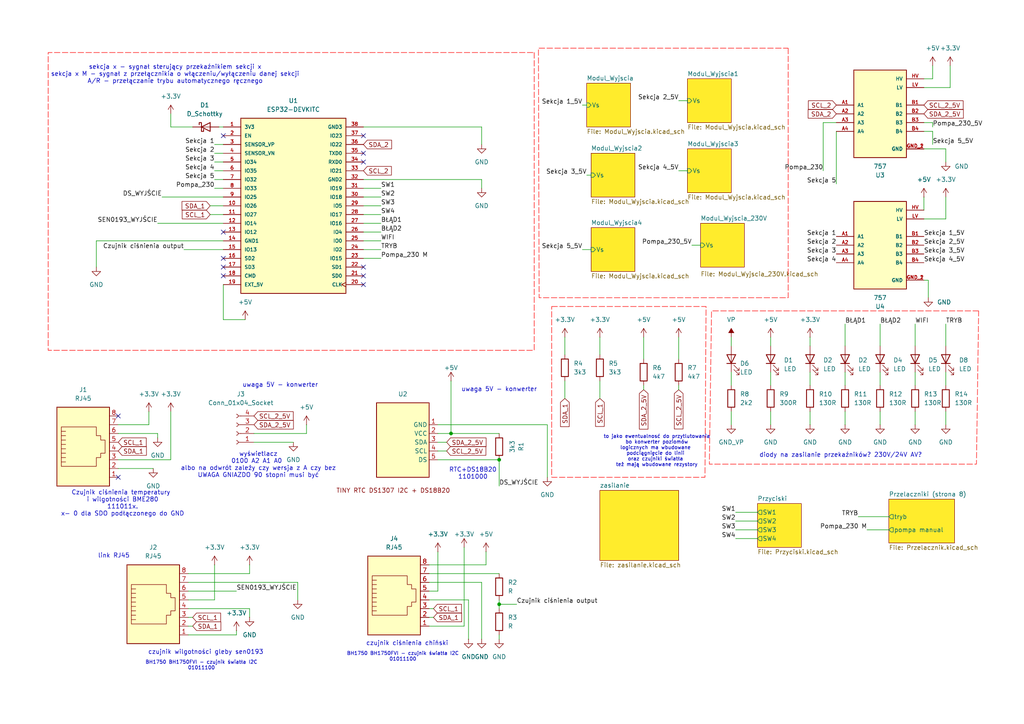
<source format=kicad_sch>
(kicad_sch (version 20250114) (generator "eeschema") (generator_version "9.0")
  (paper "A4")
  (title_block (title "Sterownik podlewania V1.1") (date "2025-10-09") (comment 1 "Praca inżynierska ") (comment 2 "Filip Gajewski"))
  (lib_symbols
    (symbol "Connector:Conn_01x04_Socket" (pin_names (offset 1.016) (hide yes))
      (property "Reference" "J" (at 0 5.08 0))
      (property "Value" "Conn_01x04_Socket" (at 0 -7.62 0))
      (symbol "Conn_01x04_Socket_1_1"
        (polyline (pts (xy -1.27 2.54) (xy -0.508 2.54)) (stroke (width 0.1524)))
        (polyline (pts (xy -1.27 0) (xy -0.508 0)) (stroke (width 0.1524)))
        (polyline (pts (xy -1.27 -2.54) (xy -0.508 -2.54)) (stroke (width 0.1524)))
        (polyline (pts (xy -1.27 -5.08) (xy -0.508 -5.08)) (stroke (width 0.1524)))
        (arc (start 0 2.032) (mid -0.5058 2.54) (end 0 3.048) (stroke (width 0.1524)))
        (arc (start 0 -0.508) (mid -0.5058 0) (end 0 0.508) (stroke (width 0.1524)))
        (arc (start 0 -3.048) (mid -0.5058 -2.54) (end 0 -2.032) (stroke (width 0.1524)))
        (arc (start 0 -5.588) (mid -0.5058 -5.08) (end 0 -4.572) (stroke (width 0.1524)))
        (pin passive line (at -5.08 2.54 0) (length 3.81) (name "Pin_1") (number "1"))
        (pin passive line (at -5.08 0 0) (length 3.81) (name "Pin_2") (number "2"))
        (pin passive line (at -5.08 -2.54 0) (length 3.81) (name "Pin_3") (number "3"))
        (pin passive line (at -5.08 -5.08 0) (length 3.81) (name "Pin_4") (number "4"))
      )
    )
    (symbol "Connector:RJ45" (pin_names (offset 1.016))
      (property "Reference" "J" (at -5.08 13.97 0))
      (property "Value" "RJ45" (at 2.54 13.97 0))
      (symbol "RJ45_0_1"
        (polyline (pts (xy -6.35 1.905) (xy -5.08 1.905) (xy -5.08 1.905)))
        (polyline (pts (xy -6.35 0.635) (xy -5.08 0.635) (xy -5.08 0.635)))
        (polyline (pts (xy -6.35 -0.635) (xy -5.08 -0.635) (xy -5.08 -0.635)))
        (polyline (pts (xy -6.35 -1.905) (xy -5.08 -1.905) (xy -5.08 -1.905)))
        (polyline (pts (xy -6.35 -3.175) (xy -5.08 -3.175) (xy -5.08 -3.175)))
        (polyline (pts (xy -6.35 -4.445) (xy -6.35 6.985) (xy 3.81 6.985) (xy 3.81 4.445) (xy 5.08 4.445) (xy 5.08 3.175) (xy 6.35 3.175) (xy 6.35 -0.635) (xy 5.08 -0.635) (xy 5.08 -1.905) (xy 3.81 -1.905) (xy 3.81 -4.445) (xy -6.35 -4.445) (xy -6.35 -4.445)))
        (polyline (pts (xy -5.08 5.715) (xy -6.35 5.715)))
        (polyline (pts (xy -5.08 4.445) (xy -6.35 4.445)))
        (polyline (pts (xy -5.08 3.175) (xy -6.35 3.175) (xy -6.35 3.175)))
        (rectangle (start 7.62 12.7) (end -7.62 -10.16) (stroke (width 0.254)) (fill (type background)))
      )
      (symbol "RJ45_1_1"
        (pin passive line (at 10.16 10.16 180) (length 2.54) (name "~") (number "8"))
        (pin passive line (at 10.16 7.62 180) (length 2.54) (name "~") (number "7"))
        (pin passive line (at 10.16 5.08 180) (length 2.54) (name "~") (number "6"))
        (pin passive line (at 10.16 2.54 180) (length 2.54) (name "~") (number "5"))
        (pin passive line (at 10.16 0 180) (length 2.54) (name "~") (number "4"))
        (pin passive line (at 10.16 -2.54 180) (length 2.54) (name "~") (number "3"))
        (pin passive line (at 10.16 -5.08 180) (length 2.54) (name "~") (number "2"))
        (pin passive line (at 10.16 -7.62 180) (length 2.54) (name "~") (number "1"))
      )
    )
    (symbol "Device:D_Schottky" (pin_numbers (hide yes)) (pin_names (offset 1.016) (hide yes))
      (property "Reference" "D" (at 0 2.54 0))
      (property "Value" "D_Schottky" (at 0 -2.54 0))
      (symbol "D_Schottky_0_1"
        (polyline (pts (xy -1.905 0.635) (xy -1.905 1.27) (xy -1.27 1.27) (xy -1.27 -1.27) (xy -0.635 -1.27) (xy -0.635 -0.635)) (stroke (width 0.254)))
        (polyline (pts (xy 1.27 1.27) (xy 1.27 -1.27) (xy -1.27 0) (xy 1.27 1.27)) (stroke (width 0.254)))
        (polyline (pts (xy 1.27 0) (xy -1.27 0)))
      )
      (symbol "D_Schottky_1_1"
        (pin passive line (at -3.81 0 0) (length 2.54) (name "K") (number "1"))
        (pin passive line (at 3.81 0 180) (length 2.54) (name "A") (number "2"))
      )
    )
    (symbol "Device:LED" (pin_numbers (hide yes)) (pin_names (offset 1.016) (hide yes))
      (property "Reference" "D" (at 0 2.54 0))
      (property "Value" "LED" (at 0 -2.54 0))
      (symbol "LED_0_1"
        (polyline (pts (xy -3.048 -0.762) (xy -4.572 -2.286) (xy -3.81 -2.286) (xy -4.572 -2.286) (xy -4.572 -1.524)))
        (polyline (pts (xy -1.778 -0.762) (xy -3.302 -2.286) (xy -2.54 -2.286) (xy -3.302 -2.286) (xy -3.302 -1.524)))
        (polyline (pts (xy -1.27 0) (xy 1.27 0)))
        (polyline (pts (xy -1.27 -1.27) (xy -1.27 1.27)) (stroke (width 0.254)))
        (polyline (pts (xy 1.27 -1.27) (xy 1.27 1.27) (xy -1.27 0) (xy 1.27 -1.27)) (stroke (width 0.254)))
      )
      (symbol "LED_1_1"
        (pin passive line (at -3.81 0 0) (length 2.54) (name "K") (number "1"))
        (pin passive line (at 3.81 0 180) (length 2.54) (name "A") (number "2"))
      )
    )
    (symbol "Device:R" (pin_numbers (hide yes)) (pin_names (offset 0))
      (property "Reference" "R" (at 2.032 0 90))
      (property "Value" "R" (at 0 0 90))
      (symbol "R_0_1"
        (rectangle (start -1.016 -2.54) (end 1.016 2.54) (stroke (width 0.254)))
      )
      (symbol "R_1_1"
        (pin passive line (at 0 3.81 270) (length 1.27) (name "~") (number "1"))
        (pin passive line (at 0 -3.81 90) (length 1.27) (name "~") (number "2"))
      )
    )
    (symbol "RTC:TINY_RTC_DS1307"
      (property "Reference" "U6" (at 0 -13.97 0))
      (symbol "TINY_RTC_DS1307_0_0"
        (rectangle (start -7.62 10.16) (end 7.62 -11.43) (stroke (width 0.254)) (fill (type background)))
      )
      (symbol "TINY_RTC_DS1307_1_1"
        (text "TINY RTC DS1307 I2C + DS18B20" (at 2.794 13.97 0) (effects (font (size 1.27 1.27))))
        (pin output line (at -10.16 5.08 0) (length 2.54) (name "DS") (number "5"))
        (pin input line (at -10.16 2.54 0) (length 2.54) (name "SCL") (number "4"))
        (pin input line (at -10.16 0 0) (length 2.54) (name "SDA") (number "3"))
        (pin input line (at -10.16 -2.54 0) (length 2.54) (name "VCC") (number "2"))
        (pin input line (at -10.16 -5.08 0) (length 2.54) (name "GND") (number "1"))
      )
    )
    (symbol "Voltage_Level_Converter:757" (pin_names (offset 1.016))
      (property "Reference" "U" (at -7.62 13.462 0))
      (property "Value" "757" (at -7.62 -15.24 0))
      (symbol "757_0_0"
        (rectangle (start -7.62 -12.7) (end 7.62 12.7) (stroke (width 0.254)) (fill (type background)))
        (pin passive line (at -12.7 2.54 0) (length 5.08) (name "A1") (number "A1"))
        (pin passive line (at -12.7 0 0) (length 5.08) (name "A2") (number "A2"))
        (pin passive line (at -12.7 -2.54 0) (length 5.08) (name "A3") (number "A3"))
        (pin passive line (at -12.7 -5.08 0) (length 5.08) (name "A4") (number "A4"))
        (pin power_in line (at 12.7 10.16 180) (length 5.08) (name "HV") (number "HV"))
        (pin power_in line (at 12.7 7.62 180) (length 5.08) (name "LV") (number "LV"))
        (pin passive line (at 12.7 2.54 180) (length 5.08) (name "B1") (number "B1"))
        (pin passive line (at 12.7 0 180) (length 5.08) (name "B2") (number "B2"))
        (pin passive line (at 12.7 -2.54 180) (length 5.08) (name "B3") (number "B3"))
        (pin passive line (at 12.7 -5.08 180) (length 5.08) (name "B4") (number "B4"))
        (pin power_in line (at 12.7 -10.16 180) (length 5.08) (name "GND") (number "GND_1"))
        (pin power_in line (at 12.7 -10.16 180) (length 5.08) (name "GND") (number "GND_2"))
      )
    )
    (symbol "power:+3.3V" (power) (pin_numbers (hide yes)) (pin_names (offset 0) (hide yes))
      (property "Value" "+3.3V" (at 0 3.556 0))
      (symbol "+3.3V_0_1"
        (polyline (pts (xy -0.762 1.27) (xy 0 2.54)))
        (polyline (pts (xy 0 2.54) (xy 0.762 1.27)))
        (polyline (pts (xy 0 0) (xy 0 2.54)))
      )
      (symbol "+3.3V_1_1"
        (pin power_in line (at 0 0 90) (length 0) (name "~") (number "1"))
      )
    )
    (symbol "power:+5V" (power) (pin_numbers (hide yes)) (pin_names (offset 0) (hide yes))
      (property "Value" "+5V" (at 0 3.556 0))
      (symbol "+5V_0_1"
        (polyline (pts (xy -0.762 1.27) (xy 0 2.54)))
        (polyline (pts (xy 0 2.54) (xy 0.762 1.27)))
        (polyline (pts (xy 0 0) (xy 0 2.54)))
      )
      (symbol "+5V_1_1"
        (pin power_in line (at 0 0 90) (length 0) (name "~") (number "1"))
      )
    )
    (symbol "power:GND" (power) (pin_numbers (hide yes)) (pin_names (offset 0) (hide yes))
      (property "Value" "GND" (at 0 -3.81 0))
      (symbol "GND_0_1"
        (polyline (pts (xy 0 0) (xy 0 -1.27) (xy 1.27 -1.27) (xy 0 -2.54) (xy -1.27 -1.27) (xy 0 -1.27)))
      )
      (symbol "GND_1_1"
        (pin power_in line (at 0 0 270) (length 0) (name "~") (number "1"))
      )
    )
    (symbol "power:VSS" (power) (pin_numbers (hide yes)) (pin_names (offset 0) (hide yes))
      (property "Value" "VSS" (at 0 3.556 0))
      (symbol "VSS_0_1"
        (polyline (pts (xy 0 0) (xy 0 2.54)))
        (polyline (pts (xy 0.762 1.27) (xy -0.762 1.27) (xy 0 2.54) (xy 0.762 1.27)) (fill (type outline)))
      )
      (symbol "VSS_1_1"
        (pin power_in line (at 0 0 90) (length 0) (name "~") (number "1"))
      )
    )
    (symbol "symbols:ESP32-DEVKITC" (pin_names (offset 1.016))
      (property "Reference" "U" (at -15.2572 26.0643 0))
      (property "Value" "ESP32-DEVKITC" (at -15.2563 -27.9698 0))
      (symbol "ESP32-DEVKITC_0_0"
        (rectangle (start -15.24 -25.4) (end 15.24 25.4) (stroke (width 0.254)) (fill (type background)))
        (pin power_in line (at -20.32 22.86 0) (length 5.08) (name "3V3") (number "1"))
        (pin input line (at -20.32 20.32 0) (length 5.08) (name "EN") (number "2"))
        (pin input line (at -20.32 17.78 0) (length 5.08) (name "SENSOR_VP") (number "3"))
        (pin input line (at -20.32 15.24 0) (length 5.08) (name "SENSOR_VN") (number "4"))
        (pin bidirectional line (at -20.32 12.7 0) (length 5.08) (name "IO34") (number "5"))
        (pin bidirectional line (at -20.32 10.16 0) (length 5.08) (name "IO35") (number "6"))
        (pin bidirectional line (at -20.32 7.62 0) (length 5.08) (name "IO32") (number "7"))
        (pin bidirectional line (at -20.32 5.08 0) (length 5.08) (name "IO33") (number "8"))
        (pin bidirectional line (at -20.32 2.54 0) (length 5.08) (name "IO25") (number "9"))
        (pin bidirectional line (at -20.32 0 0) (length 5.08) (name "IO26") (number "10"))
        (pin bidirectional line (at -20.32 -2.54 0) (length 5.08) (name "IO27") (number "11"))
        (pin bidirectional line (at -20.32 -5.08 0) (length 5.08) (name "IO14") (number "12"))
        (pin bidirectional line (at -20.32 -7.62 0) (length 5.08) (name "IO12") (number "13"))
        (pin power_in line (at -20.32 -10.16 0) (length 5.08) (name "GND1") (number "14"))
        (pin bidirectional line (at -20.32 -12.7 0) (length 5.08) (name "IO13") (number "15"))
        (pin bidirectional line (at -20.32 -15.24 0) (length 5.08) (name "SD2") (number "16"))
        (pin bidirectional line (at -20.32 -17.78 0) (length 5.08) (name "SD3") (number "17"))
        (pin bidirectional line (at -20.32 -20.32 0) (length 5.08) (name "CMD") (number "18"))
        (pin power_in line (at -20.32 -22.86 0) (length 5.08) (name "EXT_5V") (number "19"))
        (pin power_in line (at 20.32 22.86 180) (length 5.08) (name "GND3") (number "38"))
        (pin bidirectional line (at 20.32 20.32 180) (length 5.08) (name "IO23") (number "37"))
        (pin bidirectional line (at 20.32 17.78 180) (length 5.08) (name "IO22") (number "36"))
        (pin output line (at 20.32 15.24 180) (length 5.08) (name "TXD0") (number "35"))
        (pin input line (at 20.32 12.7 180) (length 5.08) (name "RXD0") (number "34"))
        (pin bidirectional line (at 20.32 10.16 180) (length 5.08) (name "IO21") (number "33"))
        (pin power_in line (at 20.32 7.62 180) (length 5.08) (name "GND2") (number "32"))
        (pin bidirectional line (at 20.32 5.08 180) (length 5.08) (name "IO19") (number "31"))
        (pin bidirectional line (at 20.32 2.54 180) (length 5.08) (name "IO18") (number "30"))
        (pin bidirectional line (at 20.32 0 180) (length 5.08) (name "IO5") (number "29"))
        (pin bidirectional line (at 20.32 -2.54 180) (length 5.08) (name "IO17") (number "28"))
        (pin bidirectional line (at 20.32 -5.08 180) (length 5.08) (name "IO16") (number "27"))
        (pin bidirectional line (at 20.32 -7.62 180) (length 5.08) (name "IO4") (number "26"))
        (pin bidirectional line (at 20.32 -10.16 180) (length 5.08) (name "IO0") (number "25"))
        (pin bidirectional line (at 20.32 -12.7 180) (length 5.08) (name "IO2") (number "24"))
        (pin bidirectional line (at 20.32 -15.24 180) (length 5.08) (name "IO15") (number "23"))
        (pin bidirectional line (at 20.32 -17.78 180) (length 5.08) (name "SD1") (number "22"))
        (pin bidirectional line (at 20.32 -20.32 180) (length 5.08) (name "SD0") (number "21"))
        (pin input clock (at 20.32 -22.86 180) (length 5.08) (name "CLK") (number "20"))
      )
    )
  )
  (text "BH1750 BH1750FVI - czujnik światła I2C\n01011100" (at 116.84 190.5 0) (effects (font (size 1.016 1.016))))
  (text "uwaga 5V - konwerter\n" (at 81.28 111.76 0) (effects (font (size 1.27 1.27))))
  (text "sekcja x - sygnał sterujący przekaźnikiem sekcji x\nsekcja x M - sygnał z przełącznikia o włączeniu/wyłączeniu danej sekcji\nA/R - przełączanie trybu automatycznego ręcznego" (at 50.8 21.59 0) (effects (font (size 1.27 1.27))))
  (text "czujnik wilgotności gleby sen0193\n" (at 59.69 189.23 0) (effects (font (size 1.27 1.27))))
  (text "diody na zasilanie przekaźników? 230V/24V AV?" (at 243.84 132.08 0) (effects (font (size 1.27 1.27))))
  (text "BH1750 BH1750FVI - czujnik światła I2C\n01011100" (at 58.42 193.04 0) (effects (font (size 1.016 1.016))))
  (text "to jako ewentualnosć do przytlutowania\nbo konwerter poziomów\nlogicznych ma wbudowane \npodciągnięcie do linii \noraz czujniki światła \nteż mają wbudowane rezystory" (at 190.5 130.81 0) (effects (font (size 1.016 1.016))))
  (text "link RJ45" (at 33.02 161.29 0) (effects (font (size 1.27 1.27))))
  (text "wyświetlacz\n0100 A2 A1 A0 \nalbo na odwrót zależy czy wersja z A czy bez\nUWAGA GNIAZDO 90 stopni musi być\n\n" (at 74.93 135.89 0) (effects (font (size 1.27 1.27))))
  (text "Czujnik ciśnienia temperatury \ni wilgotności BME280\n111011x.\nx- 0 dla SDO podłączonego do GND\n" (at 35.56 146.05 0) (effects (font (size 1.27 1.27))))
  (text "czujnik ciśnienia chiński" (at 118.11 186.69 0) (effects (font (size 1.27 1.27))))
  (text "uwaga 5V - konwerter\n" (at 144.78 113.03 0) (effects (font (size 1.27 1.27))))
  (text "RTC+DS18B20\n1101000\n\n" (at 137.16 138.43 0) (effects (font (size 1.27 1.27))))
  (junction (at 130.81 125.73))
  (junction (at 144.78 133.35))
  (junction (at 144.78 175.26))
  (no_connect (at 105.41 46.99))
  (no_connect (at 34.29 120.65))
  (no_connect (at 34.29 138.43))
  (no_connect (at 64.77 74.93))
  (no_connect (at 64.77 77.47))
  (no_connect (at 105.41 39.37))
  (no_connect (at 64.77 67.31))
  (no_connect (at 64.77 80.01))
  (no_connect (at 105.41 80.01))
  (no_connect (at 105.41 82.55))
  (no_connect (at 105.41 44.45))
  (no_connect (at 105.41 77.47))
  (no_connect (at 64.77 39.37))
  (wire (pts (xy 54.61 179.07) (xy 55.88 179.07)))
  (wire (pts (xy 186.69 111.76) (xy 186.69 113.03)))
  (wire (pts (xy 144.78 173.99) (xy 144.78 175.26)))
  (wire (pts (xy 105.41 57.15) (xy 110.49 57.15)))
  (wire (pts (xy 62.23 41.91) (xy 64.77 41.91)))
  (wire (pts (xy 212.09 123.19) (xy 212.09 119.38)))
  (wire (pts (xy 255.27 107.95) (xy 255.27 111.76)))
  (wire (pts (xy 267.97 63.5) (xy 274.32 63.5)))
  (wire (pts (xy 54.61 168.91) (xy 86.36 168.91)))
  (wire (pts (xy 54.61 166.37) (xy 72.39 166.37)))
  (wire (pts (xy 196.85 111.76) (xy 196.85 113.03)))
  (wire (pts (xy 45.72 125.73) (xy 34.29 125.73)))
  (wire (pts (xy 134.62 181.61) (xy 134.62 158.75)))
  (wire (pts (xy 219.71 148.59) (xy 213.36 148.59)))
  (wire (pts (xy 62.23 52.07) (xy 64.77 52.07)))
  (wire (pts (xy 234.95 107.95) (xy 234.95 111.76)))
  (wire (pts (xy 242.57 53.34) (xy 242.57 38.1)))
  (wire (pts (xy 124.46 173.99) (xy 135.89 173.99)))
  (wire (pts (xy 274.32 63.5) (xy 274.32 57.15)))
  (wire (pts (xy 127 130.81) (xy 129.54 130.81)))
  (wire (pts (xy 73.66 125.73) (xy 88.9 125.73)))
  (wire (pts (xy 27.94 69.85) (xy 27.94 77.47)))
  (wire (pts (xy 130.81 125.73) (xy 144.78 125.73)))
  (wire (pts (xy 110.49 74.93) (xy 105.41 74.93)))
  (wire (pts (xy 45.72 64.77) (xy 64.77 64.77)))
  (wire (pts (xy 43.18 119.38) (xy 43.18 123.19)))
  (wire (pts (xy 144.78 175.26) (xy 149.86 175.26)))
  (wire (pts (xy 196.85 49.53) (xy 199.39 49.53)))
  (wire (pts (xy 124.46 181.61) (xy 134.62 181.61)))
  (wire (pts (xy 270.51 22.86) (xy 270.51 19.05)))
  (wire (pts (xy 127 133.35) (xy 144.78 133.35)))
  (wire (pts (xy 248.92 149.86) (xy 257.81 149.86)))
  (wire (pts (xy 173.99 110.49) (xy 173.99 115.57)))
  (wire (pts (xy 196.85 97.79) (xy 196.85 104.14)))
  (wire (pts (xy 212.09 107.95) (xy 212.09 111.76)))
  (wire (pts (xy 46.99 57.15) (xy 64.77 57.15)))
  (wire (pts (xy 238.76 35.56) (xy 242.57 35.56)))
  (wire (pts (xy 62.23 54.61) (xy 64.77 54.61)))
  (wire (pts (xy 105.41 69.85) (xy 110.49 69.85)))
  (wire (pts (xy 163.83 110.49) (xy 163.83 115.57)))
  (wire (pts (xy 127 128.27) (xy 129.54 128.27)))
  (wire (pts (xy 62.23 173.99) (xy 62.23 163.83)))
  (wire (pts (xy 62.23 44.45) (xy 64.77 44.45)))
  (wire (pts (xy 54.61 181.61) (xy 55.88 181.61)))
  (wire (pts (xy 54.61 171.45) (xy 68.58 171.45)))
  (wire (pts (xy 168.91 30.48) (xy 170.18 30.48)))
  (wire (pts (xy 71.12 92.71) (xy 64.77 92.71)))
  (wire (pts (xy 72.39 166.37) (xy 72.39 163.83)))
  (wire (pts (xy 63.5 36.83) (xy 64.77 36.83)))
  (wire (pts (xy 274.32 107.95) (xy 274.32 111.76)))
  (wire (pts (xy 127 125.73) (xy 130.81 125.73)))
  (wire (pts (xy 144.78 175.26) (xy 144.78 176.53)))
  (wire (pts (xy 105.41 62.23) (xy 110.49 62.23)))
  (wire (pts (xy 62.23 49.53) (xy 64.77 49.53)))
  (wire (pts (xy 127 160.02) (xy 127 171.45)))
  (wire (pts (xy 173.99 97.79) (xy 173.99 102.87)))
  (wire (pts (xy 234.95 97.79) (xy 234.95 100.33)))
  (wire (pts (xy 34.29 133.35) (xy 49.53 133.35)))
  (wire (pts (xy 270.51 36.83) (xy 270.51 35.56)))
  (wire (pts (xy 124.46 171.45) (xy 127 171.45)))
  (wire (pts (xy 270.51 38.1) (xy 267.97 38.1)))
  (wire (pts (xy 105.41 72.39) (xy 110.49 72.39)))
  (wire (pts (xy 196.85 29.21) (xy 199.39 29.21)))
  (wire (pts (xy 139.7 185.42) (xy 139.7 168.91)))
  (wire (pts (xy 105.41 54.61) (xy 110.49 54.61)))
  (wire (pts (xy 62.23 173.99) (xy 54.61 173.99)))
  (wire (pts (xy 274.32 123.19) (xy 274.32 119.38)))
  (wire (pts (xy 144.78 133.35) (xy 144.78 140.97)))
  (wire (pts (xy 213.36 153.67) (xy 219.71 153.67)))
  (wire (pts (xy 73.66 128.27) (xy 85.09 128.27)))
  (wire (pts (xy 130.81 110.49) (xy 130.81 125.73)))
  (wire (pts (xy 223.52 123.19) (xy 223.52 119.38)))
  (wire (pts (xy 105.41 64.77) (xy 110.49 64.77)))
  (wire (pts (xy 245.11 107.95) (xy 245.11 111.76)))
  (wire (pts (xy 163.83 97.79) (xy 163.83 102.87)))
  (wire (pts (xy 88.9 123.19) (xy 88.9 125.73)))
  (wire (pts (xy 275.59 25.4) (xy 275.59 19.05)))
  (wire (pts (xy 255.27 123.19) (xy 255.27 119.38)))
  (wire (pts (xy 223.52 107.95) (xy 223.52 111.76)))
  (wire (pts (xy 55.88 36.83) (xy 49.53 36.83)))
  (wire (pts (xy 267.97 35.56) (xy 270.51 35.56)))
  (wire (pts (xy 238.76 35.56) (xy 238.76 49.53)))
  (wire (pts (xy 43.18 123.19) (xy 34.29 123.19)))
  (wire (pts (xy 255.27 93.98) (xy 255.27 100.33)))
  (wire (pts (xy 68.58 184.15) (xy 68.58 182.88)))
  (wire (pts (xy 251.46 153.67) (xy 257.81 153.67)))
  (wire (pts (xy 267.97 60.96) (xy 267.97 57.15)))
  (wire (pts (xy 270.51 22.86) (xy 267.97 22.86)))
  (wire (pts (xy 124.46 179.07) (xy 125.73 179.07)))
  (wire (pts (xy 245.11 123.19) (xy 245.11 119.38)))
  (wire (pts (xy 213.36 156.21) (xy 219.71 156.21)))
  (wire (pts (xy 105.41 59.69) (xy 110.49 59.69)))
  (wire (pts (xy 270.51 41.91) (xy 270.51 38.1)))
  (wire (pts (xy 34.29 135.89) (xy 44.45 135.89)))
  (wire (pts (xy 124.46 176.53) (xy 125.73 176.53)))
  (wire (pts (xy 269.24 81.28) (xy 267.97 81.28)))
  (wire (pts (xy 234.95 123.19) (xy 234.95 119.38)))
  (wire (pts (xy 105.41 52.07) (xy 139.7 52.07)))
  (wire (pts (xy 45.72 127) (xy 45.72 125.73)))
  (wire (pts (xy 72.39 176.53) (xy 72.39 179.07)))
  (wire (pts (xy 60.96 59.69) (xy 64.77 59.69)))
  (wire (pts (xy 274.32 43.18) (xy 274.32 46.99)))
  (wire (pts (xy 53.34 72.39) (xy 64.77 72.39)))
  (wire (pts (xy 135.89 173.99) (xy 135.89 185.42)))
  (wire (pts (xy 212.09 97.79) (xy 212.09 100.33)))
  (wire (pts (xy 139.7 54.61) (xy 139.7 52.07)))
  (wire (pts (xy 49.53 119.38) (xy 49.53 133.35)))
  (wire (pts (xy 144.78 184.15) (xy 144.78 185.42)))
  (wire (pts (xy 269.24 81.28) (xy 269.24 86.36)))
  (wire (pts (xy 105.41 67.31) (xy 110.49 67.31)))
  (wire (pts (xy 64.77 92.71) (xy 64.77 82.55)))
  (wire (pts (xy 265.43 123.19) (xy 265.43 119.38)))
  (wire (pts (xy 265.43 107.95) (xy 265.43 111.76)))
  (wire (pts (xy 274.32 93.98) (xy 274.32 100.33)))
  (wire (pts (xy 223.52 97.79) (xy 223.52 100.33)))
  (wire (pts (xy 213.36 151.13) (xy 219.71 151.13)))
  (wire (pts (xy 265.43 93.98) (xy 265.43 100.33)))
  (wire (pts (xy 140.97 163.83) (xy 140.97 160.02)))
  (wire (pts (xy 168.91 72.39) (xy 171.45 72.39)))
  (wire (pts (xy 124.46 168.91) (xy 139.7 168.91)))
  (wire (pts (xy 267.97 43.18) (xy 274.32 43.18)))
  (wire (pts (xy 127 123.19) (xy 158.75 123.19)))
  (wire (pts (xy 54.61 184.15) (xy 68.58 184.15)))
  (wire (pts (xy 267.97 25.4) (xy 275.59 25.4)))
  (wire (pts (xy 49.53 36.83) (xy 49.53 33.02)))
  (wire (pts (xy 27.94 69.85) (xy 64.77 69.85)))
  (wire (pts (xy 186.69 97.79) (xy 186.69 104.14)))
  (wire (pts (xy 62.23 46.99) (xy 64.77 46.99)))
  (wire (pts (xy 245.11 93.98) (xy 245.11 100.33)))
  (wire (pts (xy 139.7 41.91) (xy 139.7 36.83)))
  (wire (pts (xy 203.2 71.12) (xy 200.66 71.12)))
  (wire (pts (xy 105.41 36.83) (xy 139.7 36.83)))
  (wire (pts (xy 60.96 62.23) (xy 64.77 62.23)))
  (wire (pts (xy 170.18 50.8) (xy 171.45 50.8)))
  (wire (pts (xy 124.46 163.83) (xy 140.97 163.83)))
  (wire (pts (xy 72.39 176.53) (xy 54.61 176.53)))
  (wire (pts (xy 86.36 168.91) (xy 86.36 173.99)))
  (wire (pts (xy 124.46 166.37) (xy 144.78 166.37)))
  (wire (pts (xy 158.75 123.19) (xy 158.75 138.43)))
  (label "Sekcja 1_5V" (at 168.91 30.48 180))
  (label "Sekcja 1" (at 242.57 68.58 180))
  (label "SW1" (at 110.49 54.61 0))
  (label "TRYB" (at 248.92 149.86 180))
  (label "Sekcja 2" (at 62.23 44.45 180))
  (label "Sekcja 5_5V" (at 270.51 41.91 0))
  (label "DS_WYJŚCIE" (at 46.99 57.15 180))
  (label "Pompa_230_5V" (at 270.51 36.83 0))
  (label "Sekcja 4" (at 242.57 76.2 180))
  (label "TRYB" (at 110.49 72.39 0))
  (label "Pompa_230 M" (at 251.46 153.67 180))
  (label "Sekcja 5_5V" (at 168.91 72.39 180))
  (label "Sekcja 3" (at 62.23 46.99 180))
  (label "SEN0193_WYJŚCIE" (at 68.58 171.45 0))
  (label "Czujnik ciśnienia output" (at 149.86 175.26 0))
  (label "BŁĄD1" (at 245.11 93.98 0))
  (label "Sekcja 4" (at 62.23 49.53 180))
  (label "Sekcja 2_5V" (at 196.85 29.21 180))
  (label "SW1" (at 213.36 148.59 180))
  (label "SW4" (at 110.49 62.23 0))
  (label "SEN0193_WYJŚCIE" (at 45.72 64.77 180))
  (label "Czujnik ciśnienia output" (at 53.34 72.39 180))
  (label "SW2" (at 213.36 151.13 180))
  (label "Sekcja 5" (at 62.23 52.07 180))
  (label "BŁĄD2" (at 255.27 93.98 0))
  (label "Sekcja 5" (at 242.57 53.34 180))
  (label "Sekcja 4_5V" (at 196.85 49.53 180))
  (label "WIFI" (at 265.43 93.98 0))
  (label "Sekcja 3_5V" (at 170.18 50.8 180))
  (label "WIFI" (at 110.49 69.85 0))
  (label "Sekcja 2_5V" (at 267.97 71.12 0))
  (label "DS_WYJŚCIE" (at 144.78 140.97 0))
  (label "Sekcja 2" (at 242.57 71.12 180))
  (label "SW2" (at 110.49 57.15 0))
  (label "Sekcja 3" (at 242.57 73.66 180))
  (label "TRYB" (at 274.32 93.98 0))
  (label "SW3" (at 213.36 153.67 180))
  (label "Pompa_230_5V" (at 200.66 71.12 180))
  (label "Sekcja 3_5V" (at 267.97 73.66 0))
  (label "Pompa_230" (at 62.23 54.61 180))
  (label "SW3" (at 110.49 59.69 0))
  (label "Sekcja 1" (at 62.23 41.91 180))
  (label "SW4" (at 213.36 156.21 180))
  (label "BŁĄD2" (at 110.49 67.31 0))
  (label "Pompa_230 M" (at 110.49 74.93 0))
  (label "BŁĄD1" (at 110.49 64.77 0))
  (label "Sekcja 1_5V" (at 267.97 68.58 0))
  (label "Pompa_230" (at 238.76 49.53 180))
  (label "Sekcja 4_5V" (at 267.97 76.2 0))
  (global_label "SCL_1" (shape input) (at 34.29 128.27 0) (property "Intersheetrefs" "${INTERSHEET_REFS}" (effects (hide yes))))
  (global_label "SCL_1" (shape input) (at 60.96 62.23 180) (property "Intersheetrefs" "${INTERSHEET_REFS}" (effects (hide yes))))
  (global_label "SDA_1" (shape input) (at 163.83 115.57 270) (property "Intersheetrefs" "${INTERSHEET_REFS}" (effects (hide yes))))
  (global_label "SCL_2_5V" (shape input) (at 196.85 113.03 270) (property "Intersheetrefs" "${INTERSHEET_REFS}" (effects (hide yes))))
  (global_label "SDA_2_5V" (shape input) (at 186.69 113.03 270) (property "Intersheetrefs" "${INTERSHEET_REFS}" (effects (hide yes))))
  (global_label "SDA_1" (shape input) (at 125.73 179.07 0) (property "Intersheetrefs" "${INTERSHEET_REFS}" (effects (hide yes))))
  (global_label "SCL_1" (shape input) (at 55.88 179.07 0) (property "Intersheetrefs" "${INTERSHEET_REFS}" (effects (hide yes))))
  (global_label "SDA_1" (shape input) (at 34.29 130.81 0) (property "Intersheetrefs" "${INTERSHEET_REFS}" (effects (hide yes))))
  (global_label "SCL_2_5V" (shape input) (at 129.54 130.81 0) (property "Intersheetrefs" "${INTERSHEET_REFS}" (effects (hide yes))))
  (global_label "SCL_2_5V" (shape input) (at 73.66 120.65 0) (property "Intersheetrefs" "${INTERSHEET_REFS}" (effects (hide yes))))
  (global_label "SDA_2_5V" (shape input) (at 73.66 123.19 0) (property "Intersheetrefs" "${INTERSHEET_REFS}" (effects (hide yes))))
  (global_label "SDA_1" (shape input) (at 60.96 59.69 180) (property "Intersheetrefs" "${INTERSHEET_REFS}" (effects (hide yes))))
  (global_label "SCL_2_5V" (shape input) (at 267.97 30.48 0) (property "Intersheetrefs" "${INTERSHEET_REFS}" (effects (hide yes))))
  (global_label "SCL_1" (shape input) (at 173.99 115.57 270) (property "Intersheetrefs" "${INTERSHEET_REFS}" (effects (hide yes))))
  (global_label "SDA_2" (shape input) (at 105.41 41.91 0) (property "Intersheetrefs" "${INTERSHEET_REFS}" (effects (hide yes))))
  (global_label "SCL_1" (shape input) (at 125.73 176.53 0) (property "Intersheetrefs" "${INTERSHEET_REFS}" (effects (hide yes))))
  (global_label "SDA_2_5V" (shape input) (at 267.97 33.02 0) (property "Intersheetrefs" "${INTERSHEET_REFS}" (effects (hide yes))))
  (global_label "SCL_2" (shape input) (at 242.57 30.48 180) (property "Intersheetrefs" "${INTERSHEET_REFS}" (effects (hide yes))))
  (global_label "SDA_1" (shape input) (at 55.88 181.61 0) (property "Intersheetrefs" "${INTERSHEET_REFS}" (effects (hide yes))))
  (global_label "SDA_2" (shape input) (at 242.57 33.02 180) (property "Intersheetrefs" "${INTERSHEET_REFS}" (effects (hide yes))))
  (global_label "SDA_2_5V" (shape input) (at 129.54 128.27 0) (property "Intersheetrefs" "${INTERSHEET_REFS}" (effects (hide yes))))
  (global_label "SCL_2" (shape input) (at 105.41 49.53 0) (property "Intersheetrefs" "${INTERSHEET_REFS}" (effects (hide yes))))
  (rule_area (polyline (pts (xy 160.02 88.9) (xy 204.7875 88.9) (xy 204.47 138.43) (xy 160.02 138.43)) (stroke (width 0) (type dash))))
  (rule_area (polyline (pts (xy 283.845 90.17) (xy 206.375 90.17) (xy 205.74 134.62) (xy 283.21 134.62)) (stroke (width 0) (type dash))))
  (rule_area (polyline (pts (xy 154.94 15.24) (xy 154.94 87.63) (xy 154.94 101.6) (xy 147.32 101.6) (xy 45.085 101.6) (xy 13.97 101.6) (xy 13.97 15.24)) (stroke (width 0) (type dash))))
  (rule_area (polyline (pts (xy 228.6 13.97) (xy 228.6 86.36) (xy 156.3687 86.36) (xy 156.1702 13.97)) (stroke (width 0) (type dash))))
  (symbol (lib_id "power:GND") (at 139.7 54.61 0) (unit 1)
    (property "Reference" "#PWR020" (effects (hide yes)))
    (property "Value" "GND" (at 139.7 59.69 0))
    (property "Description" "Power symbol creates a global label with name \"GND\" , ground" (effects (hide yes)))
  )
  (symbol (lib_id "power:+3.3V") (at 72.39 163.83 0) (unit 1)
    (property "Reference" "#PWR010" (effects (hide yes)))
    (property "Value" "+3.3V" (at 72.39 158.75 0))
    (property "Description" "Power symbol creates a global label with name \"+3.3V\"" (effects (hide yes)))
  )
  (symbol (lib_id "power:GND") (at 139.7 185.42 0) (unit 1)
    (property "Reference" "#PWR021" (effects (hide yes)))
    (property "Value" "GND" (at 139.7 190.5 0))
    (property "Description" "Power symbol creates a global label with name \"GND\" , ground" (effects (hide yes)))
  )
  (symbol (lib_id "power:+5V") (at 130.81 110.49 0) (unit 1)
    (property "Reference" "#PWR016" (effects (hide yes)))
    (property "Value" "+5V" (at 130.81 106.68 0))
    (property "Description" "Power symbol creates a global label with name \"+5V\"" (effects (hide yes)))
  )
  (symbol (lib_id "power:+3.3V") (at 234.95 97.79 0) (unit 1)
    (property "Reference" "#PWR033" (effects (hide yes)))
    (property "Value" "+3.3V" (at 234.95 92.71 0))
    (property "Description" "Power symbol creates a global label with name \"+3.3V\"" (effects (hide yes)))
  )
  (symbol (lib_id "power:+5V") (at 49.53 33.02 0) (unit 1)
    (property "Reference" "#PWR05" (effects (hide yes)))
    (property "Value" "+3.3V" (at 49.53 27.94 0))
    (property "Description" "Power symbol creates a global label with name \"+5V\"" (effects (hide yes)))
  )
  (symbol (lib_id "power:+3.3V") (at 173.99 97.79 0) (unit 1)
    (property "Reference" "#PWR026" (effects (hide yes)))
    (property "Value" "+3.3V" (at 173.99 92.71 0))
    (property "Description" "Power symbol creates a global label with name \"+3.3V\"" (effects (hide yes)))
  )
  (symbol (lib_id "Device:LED") (at 255.27 104.14 90) (unit 1)
    (property "Reference" "D4" (at 259.08 104.4574 90) (effects (justify right)))
    (property "Value" "LED" (at 259.08 106.9974 90) (effects (justify right)))
    (property "Footprint" "LED_SMD:LED_1206_3216Metric" (effects (hide yes)))
    (property "Description" "Light emitting diode" (effects (hide yes)))
    (property "Sim.Pins" "1=K 2=A" (effects (hide yes)))
  )
  (symbol (lib_id "power:GND") (at 255.27 123.19 0) (unit 1)
    (property "Reference" "#PWR036" (effects (hide yes)))
    (property "Value" "GND" (at 255.27 128.27 0))
    (property "Description" "Power symbol creates a global label with name \"GND\" , ground" (effects (hide yes)))
  )
  (symbol (lib_id "Device:R") (at 196.85 107.95 0) (unit 1)
    (property "Reference" "R7" (at 199.39 106.6799 0) (effects (justify left)))
    (property "Value" "4k7" (at 199.39 109.2199 0) (effects (justify left)))
    (property "Footprint" "Resistor_SMD:R_1206_3216Metric" (effects (hide yes)))
    (property "Description" "Resistor" (effects (hide yes)))
  )
  (symbol (lib_id "Connector:RJ45") (at 24.13 130.81 0) (unit 1)
    (property "Reference" "J1" (at 24.13 113.03 0))
    (property "Value" "RJ45" (at 24.13 115.57 0))
    (property "Footprint" "Connector_RJ:RJ45_Amphenol_54602-x08_Horizontal" (effects (hide yes)))
    (property "Description" "RJ connector, 8P8C (8 positions 8 connected)" (effects (hide yes)))
  )
  (symbol (lib_id "power:+3.3V") (at 163.83 97.79 0) (unit 1)
    (property "Reference" "#PWR025" (effects (hide yes)))
    (property "Value" "+3.3V" (at 163.83 92.71 0))
    (property "Description" "Power symbol creates a global label with name \"+3.3V\"" (effects (hide yes)))
  )
  (symbol (lib_id "power:GND") (at 212.09 123.19 0) (unit 1)
    (property "Reference" "#PWR030" (effects (hide yes)))
    (property "Value" "GND_VP" (at 212.09 128.27 0))
    (property "Description" "Power symbol creates a global label with name \"GND\" , ground" (effects (hide yes)))
  )
  (symbol (lib_id "Connector:Conn_01x04_Socket") (at 68.58 125.73 180) (unit 1)
    (property "Reference" "J3" (at 69.85 114.3 0))
    (property "Value" "Conn_01x04_Socket" (at 69.85 116.84 0))
    (property "Footprint" "Connector_PinHeader_2.54mm:PinHeader_1x04_P2.54mm_Vertical" (effects (hide yes)))
    (property "Description" "Generic connector, single row, 01x04, script generated" (effects (hide yes)))
  )
  (symbol (lib_id "power:+5V") (at 196.85 97.79 0) (unit 1)
    (property "Reference" "#PWR028" (effects (hide yes)))
    (property "Value" "+5V" (at 196.85 92.71 0))
    (property "Description" "Power symbol creates a global label with name \"+5V\"" (effects (hide yes)))
  )
  (symbol (lib_id "power:+5V") (at 270.51 19.05 0) (unit 1)
    (property "Reference" "#PWR040" (effects (hide yes)))
    (property "Value" "+5V" (at 270.51 13.97 0))
    (property "Description" "Power symbol creates a global label with name \"+5V\"" (effects (hide yes)))
  )
  (symbol (lib_id "power:GND") (at 135.89 185.42 0) (unit 1)
    (property "Reference" "#PWR018" (effects (hide yes)))
    (property "Value" "GND" (at 135.89 190.5 0))
    (property "Description" "Power symbol creates a global label with name \"GND\" , ground" (effects (hide yes)))
  )
  (symbol (lib_id "Device:R") (at 144.78 129.54 0) (unit 1)
    (property "Reference" "R1" (at 151.13 129.54 90))
    (property "Value" "3k3" (at 148.59 129.54 90))
    (property "Footprint" "Resistor_SMD:R_1206_3216Metric" (effects (hide yes)))
    (property "Description" "Resistor" (effects (hide yes)))
  )
  (symbol (lib_id "Device:R") (at 274.32 115.57 0) (unit 1)
    (property "Reference" "R14" (at 276.86 114.2999 0) (effects (justify left)))
    (property "Value" "130R" (at 276.86 116.8399 0) (effects (justify left)))
    (property "Footprint" "Resistor_SMD:R_1206_3216Metric" (effects (hide yes)))
    (property "Description" "Resistor" (effects (hide yes)))
  )
  (symbol (lib_id "power:+5V") (at 88.9 123.19 0) (unit 1)
    (property "Reference" "#PWR014" (effects (hide yes)))
    (property "Value" "+5V" (at 88.9 118.11 0))
    (property "Description" "Power symbol creates a global label with name \"+5V\"" (effects (hide yes)))
  )
  (symbol (lib_id "power:+5V") (at 267.97 57.15 0) (unit 1)
    (property "Reference" "#PWR038" (effects (hide yes)))
    (property "Value" "+5V" (at 267.97 52.07 0))
    (property "Description" "Power symbol creates a global label with name \"+5V\"" (effects (hide yes)))
  )
  (symbol (lib_id "Device:R") (at 186.69 107.95 0) (unit 1)
    (property "Reference" "R6" (at 189.23 106.6799 0) (effects (justify left)))
    (property "Value" "4k7" (at 189.23 109.2199 0) (effects (justify left)))
    (property "Footprint" "Resistor_SMD:R_1206_3216Metric" (effects (hide yes)))
    (property "Description" "Resistor" (effects (hide yes)))
  )
  (symbol (lib_id "power:+3.3V") (at 49.53 119.38 0) (unit 1)
    (property "Reference" "#PWR06" (effects (hide yes)))
    (property "Value" "+3.3V" (at 49.53 114.3 0))
    (property "Description" "Power symbol creates a global label with name \"+3.3V\"" (effects (hide yes)))
  )
  (symbol (lib_id "power:+3.3V") (at 62.23 163.83 0) (unit 1)
    (property "Reference" "#PWR07" (effects (hide yes)))
    (property "Value" "+3.3V" (at 62.23 158.75 0))
    (property "Description" "Power symbol creates a global label with name \"+3.3V\"" (effects (hide yes)))
  )
  (symbol (lib_id "Device:R") (at 173.99 106.68 0) (unit 1)
    (property "Reference" "R5" (at 176.53 105.4099 0) (effects (justify left)))
    (property "Value" "3k3" (at 176.53 107.9499 0) (effects (justify left)))
    (property "Footprint" "Resistor_SMD:R_1206_3216Metric" (effects (hide yes)))
    (property "Description" "Resistor" (effects (hide yes)))
  )
  (symbol (lib_id "Device:R") (at 255.27 115.57 0) (unit 1)
    (property "Reference" "R12" (at 257.81 114.2999 0) (effects (justify left)))
    (property "Value" "130R" (at 257.81 116.8399 0) (effects (justify left)))
    (property "Footprint" "Resistor_SMD:R_1206_3216Metric" (effects (hide yes)))
    (property "Description" "Resistor" (effects (hide yes)))
  )
  (symbol (lib_id "power:+3.3V") (at 275.59 19.05 0) (unit 1)
    (property "Reference" "#PWR044" (effects (hide yes)))
    (property "Value" "+3.3V" (at 275.59 13.97 0))
    (property "Description" "Power symbol creates a global label with name \"+3.3V\"" (effects (hide yes)))
  )
  (symbol (lib_id "power:+3.3V") (at 43.18 119.38 0) (unit 1)
    (property "Reference" "#PWR02" (effects (hide yes)))
    (property "Value" "+3.3V" (at 43.18 114.3 0))
    (property "Description" "Power symbol creates a global label with name \"+3.3V\"" (effects (hide yes)))
  )
  (symbol (lib_id "power:GND") (at 144.78 185.42 0) (unit 1)
    (property "Reference" "#PWR023" (effects (hide yes)))
    (property "Value" "GND" (at 144.78 190.5 0))
    (property "Description" "Power symbol creates a global label with name \"GND\" , ground" (effects (hide yes)))
  )
  (symbol (lib_id "Device:R") (at 223.52 115.57 0) (unit 1)
    (property "Reference" "R9" (at 226.06 114.2999 0) (effects (justify left)))
    (property "Value" "300R" (at 226.06 116.8399 0) (effects (justify left)))
    (property "Footprint" "Resistor_SMD:R_1206_3216Metric" (effects (hide yes)))
    (property "Description" "Resistor" (effects (hide yes)))
  )
  (symbol (lib_id "power:+5V") (at 186.69 97.79 0) (unit 1)
    (property "Reference" "#PWR027" (effects (hide yes)))
    (property "Value" "+5V" (at 186.69 92.71 0))
    (property "Description" "Power symbol creates a global label with name \"+5V\"" (effects (hide yes)))
  )
  (symbol (lib_id "power:GND") (at 234.95 123.19 0) (unit 1)
    (property "Reference" "#PWR034" (effects (hide yes)))
    (property "Value" "GND" (at 234.95 128.27 0))
    (property "Description" "Power symbol creates a global label with name \"GND\" , ground" (effects (hide yes)))
  )
  (symbol (lib_id "Device:LED") (at 245.11 104.14 90) (unit 1)
    (property "Reference" "D2" (at 248.92 104.4574 90) (effects (justify right)))
    (property "Value" "LED" (at 248.92 106.9974 90) (effects (justify right)))
    (property "Footprint" "LED_SMD:LED_1206_3216Metric" (effects (hide yes)))
    (property "Description" "Light emitting diode" (effects (hide yes)))
    (property "Sim.Pins" "1=K 2=A" (effects (hide yes)))
  )
  (symbol (lib_id "power:+5V") (at 140.97 160.02 0) (unit 1)
    (property "Reference" "#PWR022" (effects (hide yes)))
    (property "Value" "+5V" (at 140.97 154.94 0))
    (property "Description" "Power symbol creates a global label with name \"+5V\"" (effects (hide yes)))
  )
  (symbol (lib_id "Device:LED") (at 234.95 104.14 90) (unit 1)
    (property "Reference" "D2" (at 238.76 104.4574 90) (effects (justify right)))
    (property "Value" "LED" (at 238.76 106.9974 90) (effects (justify right)))
    (property "Footprint" "LED_SMD:LED_1206_3216Metric" (effects (hide yes)))
    (property "Description" "Light emitting diode" (effects (hide yes)))
    (property "Sim.Pins" "1=K 2=A" (effects (hide yes)))
  )
  (symbol (lib_id "Voltage_Level_Converter:757") (at 255.27 71.12 0) (unit 1)
    (property "Reference" "U4" (at 255.27 88.9 0))
    (property "Value" "757" (at 255.27 86.36 0))
    (property "Footprint" "Voltage_Level_Converters:MODULE_757" (effects (hide yes)))
    (property "MF" "Adafruit" (effects (hide yes)))
    (property "Description_1" "4-channel I2C-safe Bi-directional Logic Level Converter - BSS138" (effects (hide yes)))
    (property "Package" "None" (effects (hide yes)))
    (property "Price" "None" (effects (hide yes)))
    (property "Check_prices" "https://www.snapeda.com/parts/757/Adafruit+Industries/view-part/?ref=eda" (effects (hide yes)))
    (property "STANDARD" "Manufacturer Recommendations" (effects (hide yes)))
    (property "PARTREV" "N/A" (effects (hide yes)))
    (property "SnapEDA_Link" "https://www.snapeda.com/parts/757/Adafruit+Industries/view-part/?ref=snap" (effects (hide yes)))
    (property "MP" "757" (effects (hide yes)))
    (property "Availability" "In Stock" (effects (hide yes)))
    (property "MANUFACTURER" "Adafruit" (effects (hide yes)))
  )
  (symbol (lib_id "Device:LED") (at 274.32 104.14 90) (unit 1)
    (property "Reference" "D8" (at 278.13 104.4574 90) (effects (justify right)))
    (property "Value" "LED" (at 278.13 106.9974 90) (effects (justify right)))
    (property "Footprint" "LED_SMD:LED_1206_3216Metric" (effects (hide yes)))
    (property "Description" "Light emitting diode" (effects (hide yes)))
    (property "Sim.Pins" "1=K 2=A" (effects (hide yes)))
  )
  (symbol (lib_id "power:GND") (at 223.52 123.19 0) (unit 1)
    (property "Reference" "#PWR032" (effects (hide yes)))
    (property "Value" "GND" (at 223.52 128.27 0))
    (property "Description" "Power symbol creates a global label with name \"GND\" , ground" (effects (hide yes)))
  )
  (symbol (lib_id "power:+3.3V") (at 127 160.02 0) (unit 1)
    (property "Reference" "#PWR015" (effects (hide yes)))
    (property "Value" "+3.3V" (at 127 154.94 0))
    (property "Description" "Power symbol creates a global label with name \"+3.3V\"" (effects (hide yes)))
  )
  (symbol (lib_id "power:GND") (at 27.94 77.47 0) (unit 1)
    (property "Reference" "#PWR01" (effects (hide yes)))
    (property "Value" "GND" (at 27.94 82.55 0))
    (property "Description" "Power symbol creates a global label with name \"GND\" , ground" (effects (hide yes)))
  )
  (symbol (lib_id "symbols:ESP32-DEVKITC") (at 85.09 59.69 0) (unit 1)
    (property "Reference" "U1" (at 85.09 29.21 0))
    (property "Value" "ESP32-DEVKITC" (at 85.09 31.75 0))
    (property "Footprint" "ESP32:MODULE_ESP32-DEVKITC" (effects (hide yes)))
    (property "MF" "Espressif Systems" (effects (hide yes)))
    (property "Description_1" "ESP32-WROOM-32UE series Transceiver; 802.11 b/g/n (Wi-Fi, WiFi, WLAN), Bluetooth ® Smart Ready 4.x Dual Mode Evaluation Board" (effects (hide yes)))
    (property "Package" "None" (effects (hide yes)))
    (property "Price" "None" (effects (hide yes)))
    (property "Check_prices" "https://www.snapeda.com/parts/ESP32-DEVKITC/Espressif+Systems/view-part/?ref=eda" (effects (hide yes)))
    (property "STANDARD" "Manufacturer Recommendations" (effects (hide yes)))
    (property "PARTREV" "N/A" (effects (hide yes)))
    (property "SnapEDA_Link" "https://www.snapeda.com/parts/ESP32-DEVKITC/Espressif+Systems/view-part/?ref=snap" (effects (hide yes)))
    (property "MP" "ESP32-DEVKITC" (effects (hide yes)))
    (property "Availability" "Not in stock" (effects (hide yes)))
    (property "MANUFACTURER" "ESPRESSIF" (effects (hide yes)))
  )
  (symbol (lib_id "power:GND") (at 85.09 128.27 0) (unit 1)
    (property "Reference" "#PWR012" (effects (hide yes)))
    (property "Value" "GND" (at 85.09 133.35 0))
    (property "Description" "Power symbol creates a global label with name \"GND\" , ground" (effects (hide yes)))
  )
  (symbol (lib_id "power:GND") (at 86.36 173.99 0) (unit 1)
    (property "Reference" "#PWR013" (effects (hide yes)))
    (property "Value" "GND" (at 86.36 179.07 0))
    (property "Description" "Power symbol creates a global label with name \"GND\" , ground" (effects (hide yes)))
  )
  (symbol (lib_id "Device:R") (at 144.78 170.18 0) (unit 1)
    (property "Reference" "R2" (at 147.32 168.9099 0) (effects (justify left)))
    (property "Value" "R" (at 147.32 171.4499 0) (effects (justify left)))
    (property "Footprint" "Resistor_SMD:R_1206_3216Metric" (effects (hide yes)))
    (property "Description" "Resistor" (effects (hide yes)))
  )
  (symbol (lib_id "power:GND") (at 274.32 123.19 0) (unit 1)
    (property "Reference" "#PWR043" (effects (hide yes)))
    (property "Value" "GND" (at 274.32 128.27 0))
    (property "Description" "Power symbol creates a global label with name \"GND\" , ground" (effects (hide yes)))
  )
  (symbol (lib_id "power:GND") (at 158.75 138.43 0) (unit 1)
    (property "Reference" "#PWR024" (effects (hide yes)))
    (property "Value" "GND" (at 158.75 143.51 0))
    (property "Description" "Power symbol creates a global label with name \"GND\" , ground" (effects (hide yes)))
  )
  (symbol (lib_id "Device:D_Schottky") (at 59.69 36.83 0) (unit 1)
    (property "Reference" "D1" (at 59.3725 30.48 0))
    (property "Value" "D_Schottky" (at 59.3725 33.02 0))
    (property "Footprint" "Diode_SMD:D_1206_3216Metric" (effects (hide yes)))
    (property "Description" "Schottky diode" (effects (hide yes)))
  )
  (symbol (lib_id "Device:R") (at 265.43 115.57 0) (unit 1)
    (property "Reference" "R13" (at 267.97 114.2999 0) (effects (justify left)))
    (property "Value" "130R" (at 267.97 116.8399 0) (effects (justify left)))
    (property "Footprint" "Resistor_SMD:R_1206_3216Metric" (effects (hide yes)))
    (property "Description" "Resistor" (effects (hide yes)))
  )
  (symbol (lib_id "power:GND") (at 265.43 123.19 0) (unit 1)
    (property "Reference" "#PWR037" (effects (hide yes)))
    (property "Value" "GND" (at 265.43 128.27 0))
    (property "Description" "Power symbol creates a global label with name \"GND\" , ground" (effects (hide yes)))
  )
  (symbol (lib_id "Voltage_Level_Converter:757") (at 255.27 33.02 0) (unit 1)
    (property "Reference" "U3" (at 255.27 50.8 0))
    (property "Value" "757" (at 255.27 48.26 0))
    (property "Footprint" "Voltage_Level_Converters:MODULE_757" (effects (hide yes)))
    (property "MF" "Adafruit" (effects (hide yes)))
    (property "Description_1" "4-channel I2C-safe Bi-directional Logic Level Converter - BSS138" (effects (hide yes)))
    (property "Package" "None" (effects (hide yes)))
    (property "Price" "None" (effects (hide yes)))
    (property "Check_prices" "https://www.snapeda.com/parts/757/Adafruit+Industries/view-part/?ref=eda" (effects (hide yes)))
    (property "STANDARD" "Manufacturer Recommendations" (effects (hide yes)))
    (property "PARTREV" "N/A" (effects (hide yes)))
    (property "SnapEDA_Link" "https://www.snapeda.com/parts/757/Adafruit+Industries/view-part/?ref=snap" (effects (hide yes)))
    (property "MP" "757" (effects (hide yes)))
    (property "Availability" "In Stock" (effects (hide yes)))
    (property "MANUFACTURER" "Adafruit" (effects (hide yes)))
  )
  (symbol (lib_id "power:GND") (at 44.45 135.89 0) (unit 1)
    (property "Reference" "#PWR03" (effects (hide yes)))
    (property "Value" "GND" (at 44.45 140.97 0))
    (property "Description" "Power symbol creates a global label with name \"GND\" , ground" (effects (hide yes)))
  )
  (symbol (lib_id "power:+3.3V") (at 274.32 57.15 0) (unit 1)
    (property "Reference" "#PWR042" (effects (hide yes)))
    (property "Value" "+3.3V" (at 274.32 52.07 0))
    (property "Description" "Power symbol creates a global label with name \"+3.3V\"" (effects (hide yes)))
  )
  (symbol (lib_id "power:GND") (at 269.24 86.36 0) (unit 1)
    (property "Reference" "#PWR039" (effects (hide yes)))
    (property "Value" "GND" (at 271.78 87.6299 0) (effects (justify left)))
    (property "Description" "Power symbol creates a global label with name \"GND\" , ground" (effects (hide yes)))
  )
  (symbol (lib_id "power:+3.3V") (at 134.62 158.75 0) (unit 1)
    (property "Reference" "#PWR017" (effects (hide yes)))
    (property "Value" "+3.3V" (at 134.62 154.94 0))
    (property "Description" "Power symbol creates a global label with name \"+3.3V\"" (effects (hide yes)))
  )
  (symbol (lib_id "power:GND") (at 274.32 46.99 0) (unit 1)
    (property "Reference" "#PWR041" (effects (hide yes)))
    (property "Value" "GND" (at 276.86 48.2599 0) (effects (justify left)))
    (property "Description" "Power symbol creates a global label with name \"GND\" , ground" (effects (hide yes)))
  )
  (symbol (lib_id "Device:R") (at 234.95 115.57 0) (unit 1)
    (property "Reference" "R10" (at 237.49 114.2999 0) (effects (justify left)))
    (property "Value" "130R" (at 237.49 116.8399 0) (effects (justify left)))
    (property "Footprint" "Resistor_SMD:R_1206_3216Metric" (effects (hide yes)))
    (property "Description" "Resistor" (effects (hide yes)))
  )
  (symbol (lib_id "Device:LED") (at 223.52 104.14 90) (unit 1)
    (property "Reference" "D1" (at 227.33 104.4574 90) (effects (justify right)))
    (property "Value" "LED" (at 227.33 106.9974 90) (effects (justify right)))
    (property "Footprint" "LED_SMD:LED_1206_3216Metric" (effects (hide yes)))
    (property "Description" "Light emitting diode" (effects (hide yes)))
    (property "Sim.Pins" "1=K 2=A" (effects (hide yes)))
  )
  (symbol (lib_id "RTC:TINY_RTC_DS1307") (at 116.84 128.27 180) (unit 1)
    (property "Reference" "U2" (at 116.84 114.3 0))
    (property "Footprint" "RTC:RTC DS1307 + 32kb EEPROM 24C32 I2C" (effects (hide yes)))
  )
  (symbol (lib_id "power:GND") (at 72.39 179.07 0) (unit 1)
    (property "Reference" "#PWR011" (effects (hide yes)))
    (property "Value" "GND" (at 72.39 184.15 0))
    (property "Description" "Power symbol creates a global label with name \"GND\" , ground" (effects (hide yes)))
  )
  (symbol (lib_id "power:+5V") (at 71.12 92.71 0) (unit 1)
    (property "Reference" "#PWR09" (effects (hide yes)))
    (property "Value" "+5V" (at 71.12 87.63 0))
    (property "Description" "Power symbol creates a global label with name \"+5V\"" (effects (hide yes)))
  )
  (symbol (lib_id "power:GND") (at 245.11 123.19 0) (unit 1)
    (property "Reference" "#PWR035" (effects (hide yes)))
    (property "Value" "GND" (at 245.11 128.27 0))
    (property "Description" "Power symbol creates a global label with name \"GND\" , ground" (effects (hide yes)))
  )
  (symbol (lib_id "power:+3.3V") (at 68.58 182.88 0) (unit 1)
    (property "Reference" "#PWR08" (effects (hide yes)))
    (property "Value" "+3.3V" (at 68.58 177.8 0))
    (property "Description" "Power symbol creates a global label with name \"+3.3V\"" (effects (hide yes)))
  )
  (symbol (lib_id "power:VSS") (at 212.09 97.79 0) (unit 1)
    (property "Reference" "#PWR029" (effects (hide yes)))
    (property "Value" "VP" (at 212.09 92.71 0))
    (property "Description" "Power symbol creates a global label with name \"VSS\"" (effects (hide yes)))
  )
  (symbol (lib_id "Device:LED") (at 265.43 104.14 90) (unit 1)
    (property "Reference" "D5" (at 269.24 104.4574 90) (effects (justify right)))
    (property "Value" "LED" (at 269.24 106.9974 90) (effects (justify right)))
    (property "Footprint" "LED_SMD:LED_1206_3216Metric" (effects (hide yes)))
    (property "Description" "Light emitting diode" (effects (hide yes)))
    (property "Sim.Pins" "1=K 2=A" (effects (hide yes)))
  )
  (symbol (lib_id "Device:R") (at 163.83 106.68 0) (unit 1)
    (property "Reference" "R4" (at 166.37 105.4099 0) (effects (justify left)))
    (property "Value" "3k3" (at 166.37 107.9499 0) (effects (justify left)))
    (property "Footprint" "Resistor_SMD:R_1206_3216Metric" (effects (hide yes)))
    (property "Description" "Resistor" (effects (hide yes)))
  )
  (symbol (lib_id "Device:R") (at 245.11 115.57 0) (unit 1)
    (property "Reference" "R11" (at 247.65 114.2999 0) (effects (justify left)))
    (property "Value" "130R" (at 247.65 116.8399 0) (effects (justify left)))
    (property "Footprint" "Resistor_SMD:R_1206_3216Metric" (effects (hide yes)))
    (property "Description" "Resistor" (effects (hide yes)))
  )
  (symbol (lib_id "Connector:RJ45") (at 114.3 173.99 0) (unit 1)
    (property "Reference" "J4" (at 114.3 156.21 0))
    (property "Value" "RJ45" (at 114.3 158.75 0))
    (property "Footprint" "Connector_RJ:RJ45_Amphenol_54602-x08_Horizontal" (effects (hide yes)))
    (property "Description" "RJ connector, 8P8C (8 positions 8 connected)" (effects (hide yes)))
  )
  (symbol (lib_id "Device:R") (at 144.78 180.34 0) (unit 1)
    (property "Reference" "R3" (at 147.32 179.0699 0) (effects (justify left)))
    (property "Value" "R" (at 147.32 181.6099 0) (effects (justify left)))
    (property "Footprint" "Resistor_SMD:R_1206_3216Metric" (effects (hide yes)))
    (property "Description" "Resistor" (effects (hide yes)))
  )
  (symbol (lib_id "Device:R") (at 212.09 115.57 0) (unit 1)
    (property "Reference" "R8" (at 214.63 114.2999 0) (effects (justify left)))
    (property "Value" "2k2" (at 214.63 116.8399 0) (effects (justify left)))
    (property "Footprint" "Resistor_SMD:R_1206_3216Metric" (effects (hide yes)))
    (property "Description" "Resistor" (effects (hide yes)))
  )
  (symbol (lib_id "power:GND") (at 139.7 41.91 0) (unit 1)
    (property "Reference" "#PWR019" (effects (hide yes)))
    (property "Value" "GND" (at 139.7 46.99 0))
    (property "Description" "Power symbol creates a global label with name \"GND\" , ground" (effects (hide yes)))
  )
  (symbol (lib_id "power:GND") (at 45.72 127 0) (unit 1)
    (property "Reference" "#PWR04" (effects (hide yes)))
    (property "Value" "GND" (at 45.72 132.08 0))
    (property "Description" "Power symbol creates a global label with name \"GND\" , ground" (effects (hide yes)))
  )
  (symbol (lib_id "Connector:RJ45") (at 44.45 176.53 0) (unit 1)
    (property "Reference" "J2" (at 44.45 158.75 0))
    (property "Value" "RJ45" (at 44.45 161.29 0))
    (property "Footprint" "Connector_RJ:RJ45_Amphenol_54602-x08_Horizontal" (effects (hide yes)))
    (property "Description" "RJ connector, 8P8C (8 positions 8 connected)" (effects (hide yes)))
  )
  (symbol (lib_id "Device:LED") (at 212.09 104.14 90) (unit 1)
    (property "Reference" "D6" (at 214.63 105.41 90) (effects (justify right)))
    (property "Value" "LED" (at 214.63 107.95 90) (effects (justify right)))
    (property "Footprint" "LED_SMD:LED_1206_3216Metric" (effects (hide yes)))
    (property "Description" "Light emitting diode" (effects (hide yes)))
    (property "Sim.Pins" "1=K 2=A" (effects (hide yes)))
  )
  (symbol (lib_id "power:+5V") (at 223.52 97.79 0) (unit 1)
    (property "Reference" "#PWR031" (effects (hide yes)))
    (property "Value" "+5V" (at 223.52 92.71 0))
    (property "Description" "Power symbol creates a global label with name \"+5V\"" (effects (hide yes)))
  )
  (sheet (at 199.39 22.86) (size 12.7 12.7) (stroke (width 0.1524)) (fill (color 255 236 44 1.0000))
    (property "Sheetname" "Modul_Wyjscia1" (at 199.39 22.1484 0) (effects (justify left bottom)))
    (property "Sheetfile" "Modul_Wyjscia.kicad_sch" (at 199.39 36.1446 0) (effects (justify left top)))
    (pin "Vs" input (at 199.39 29.21 180))
  )
  (sheet (at 170.18 24.13) (size 12.7 12.7) (stroke (width 0.1524)) (fill (color 255 236 44 1.0000))
    (property "Sheetname" "Modul_Wyjscia" (at 170.18 23.4184 0) (effects (justify left bottom)))
    (property "Sheetfile" "Modul_Wyjscia.kicad_sch" (at 170.18 37.4146 0) (effects (justify left top)))
    (pin "Vs" input (at 170.18 30.48 180))
  )
  (sheet (at 173.99 142.24) (size 22.86 20.32) (stroke (width 0.1524)) (fill (color 255 236 44 1.0000))
    (property "Sheetname" "zasilanie" (at 173.99 141.5284 0) (effects (justify left bottom)))
    (property "Sheetfile" "zasilanie.kicad_sch" (at 173.99 163.1446 0) (effects (justify left top)))
  )
  (sheet (at 199.39 43.18) (size 12.7 12.7) (stroke (width 0.1524)) (fill (color 255 236 44 1.0000))
    (property "Sheetname" "Modul_Wyjscia3" (at 199.39 42.4684 0) (effects (justify left bottom)))
    (property "Sheetfile" "Modul_Wyjscia.kicad_sch" (at 199.39 56.4646 0) (effects (justify left top)))
    (pin "Vs" input (at 199.39 49.53 180))
  )
  (sheet (at 219.71 146.05) (size 12.7 12.7) (stroke (width 0.1524)) (fill (color 255 236 44 1.0000))
    (property "Sheetname" "Przyciski" (at 219.71 145.3384 0) (effects (justify left bottom)))
    (property "Sheetfile" "Przyciski.kicad_sch" (at 219.71 159.3346 0) (effects (justify left top)))
    (pin "SW1" output (at 219.71 148.59 180))
    (pin "SW2" output (at 219.71 151.13 180))
    (pin "SW3" output (at 219.71 153.67 180))
    (pin "SW4" output (at 219.71 156.21 180))
  )
  (sheet (at 171.45 66.04) (size 12.7 12.7) (stroke (width 0.1524)) (fill (color 255 236 44 1.0000))
    (property "Sheetname" "Modul_Wyjscia4" (at 171.45 65.3284 0) (effects (justify left bottom)))
    (property "Sheetfile" "Modul_Wyjscia.kicad_sch" (at 171.45 79.3246 0) (effects (justify left top)))
    (pin "Vs" input (at 171.45 72.39 180))
  )
  (sheet (at 203.2 64.77) (size 12.7 12.7) (stroke (width 0.1524)) (fill (color 255 236 44 1.0000))
    (property "Sheetname" "Modul_Wyjscia_230V" (at 203.2 64.0584 0) (effects (justify left bottom)))
    (property "Sheetfile" "Modul_Wyjscia_230V.kicad_sch" (at 203.2 78.74 0) (effects (justify left top)))
    (pin "Vs" input (at 203.2 71.12 180))
  )
  (sheet (at 171.45 44.45) (size 12.7 12.7) (stroke (width 0.1524)) (fill (color 255 236 44 1.0000))
    (property "Sheetname" "Modul_Wyjscia2" (at 171.45 43.7384 0) (effects (justify left bottom)))
    (property "Sheetfile" "Modul_Wyjscia.kicad_sch" (at 171.45 57.7346 0) (effects (justify left top)))
    (pin "Vs" input (at 171.45 50.8 180))
  )
  (sheet (at 257.81 144.78) (size 19.05 12.7) (stroke (width 0.1524)) (fill (color 255 236 44 1.0000))
    (property "Sheetname" "Przelaczniki (strona 8)" (at 257.81 144.0684 0) (effects (justify left bottom)))
    (property "Sheetfile" "Przelacznik.kicad_sch" (at 257.81 158.0646 0) (effects (justify left top)))
    (pin "pompa manual" output (at 257.81 153.67 180))
    (pin "tryb " output (at 257.81 149.86 180))
  )
)
</source>
